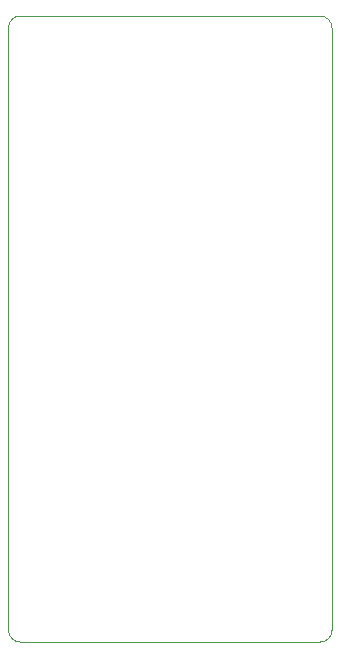
<source format=gbr>
%TF.GenerationSoftware,KiCad,Pcbnew,8.0.4*%
%TF.CreationDate,2025-08-19T18:18:36+02:00*%
%TF.ProjectId,stm32l432kcu6_eval,73746d33-326c-4343-9332-6b6375365f65,rev?*%
%TF.SameCoordinates,Original*%
%TF.FileFunction,Profile,NP*%
%FSLAX46Y46*%
G04 Gerber Fmt 4.6, Leading zero omitted, Abs format (unit mm)*
G04 Created by KiCad (PCBNEW 8.0.4) date 2025-08-19 18:18:36*
%MOMM*%
%LPD*%
G01*
G04 APERTURE LIST*
%TA.AperFunction,Profile*%
%ADD10C,0.050000*%
%TD*%
G04 APERTURE END LIST*
D10*
X136300000Y-74500000D02*
G75*
G02*
X137300000Y-73500000I1000000J0D01*
G01*
X163700000Y-74500000D02*
X163700000Y-125500000D01*
X162700000Y-73500000D02*
G75*
G02*
X163700000Y-74500000I0J-1000000D01*
G01*
X163700000Y-125500000D02*
G75*
G02*
X162700000Y-126500000I-1000000J0D01*
G01*
X137300000Y-126500000D02*
G75*
G02*
X136300000Y-125500000I0J1000000D01*
G01*
X162700000Y-126500000D02*
X137300000Y-126500000D01*
X136300000Y-125500000D02*
X136300000Y-74500000D01*
X137300000Y-73500000D02*
X162700000Y-73500000D01*
M02*

</source>
